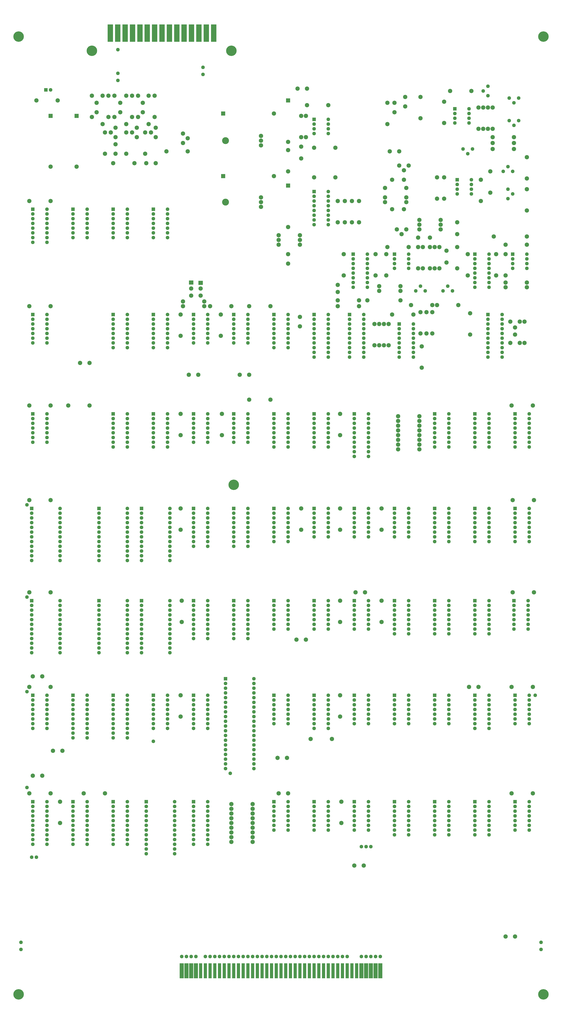
<source format=gbr>
G04 #@! TF.GenerationSoftware,KiCad,Pcbnew,(5.1.5)-3*
G04 #@! TF.CreationDate,2021-04-13T21:01:33-06:00*
G04 #@! TF.ProjectId,Star_Wars_Vector_PCB,53746172-5f57-4617-9273-5f566563746f,rev?*
G04 #@! TF.SameCoordinates,Original*
G04 #@! TF.FileFunction,Soldermask,Top*
G04 #@! TF.FilePolarity,Negative*
%FSLAX46Y46*%
G04 Gerber Fmt 4.6, Leading zero omitted, Abs format (unit mm)*
G04 Created by KiCad (PCBNEW (5.1.5)-3) date 2021-04-13 21:01:33*
%MOMM*%
%LPD*%
G04 APERTURE LIST*
%ADD10C,5.607000*%
%ADD11C,1.924000*%
%ADD12R,1.924000X1.924000*%
%ADD13C,2.305000*%
%ADD14C,0.100000*%
%ADD15R,2.940000X9.290000*%
%ADD16R,2.432000X1.162000*%
%ADD17R,2.305000X2.305000*%
%ADD18C,3.702000*%
G04 APERTURE END LIST*
D10*
X30480000Y-567055000D03*
X312420000Y-567055000D03*
X146050000Y-293370000D03*
X30480000Y-52705000D03*
X69850000Y-60325000D03*
X144780000Y-60325000D03*
X312420000Y-52705000D03*
D11*
X34925000Y-304165000D03*
X34925000Y-353695000D03*
X144145000Y-448310000D03*
X102870000Y-431165000D03*
X307975000Y-406400000D03*
X34925000Y-404495000D03*
X40005000Y-493395000D03*
X37465000Y-493395000D03*
X125730000Y-546735000D03*
X123190000Y-546735000D03*
X219710000Y-487680000D03*
X214630000Y-487680000D03*
X217170000Y-487680000D03*
X214630000Y-546735000D03*
X217170000Y-546735000D03*
X146050000Y-546735000D03*
X148590000Y-546735000D03*
X151130000Y-546735000D03*
X153670000Y-546735000D03*
X156210000Y-546735000D03*
X158750000Y-546735000D03*
X161290000Y-546735000D03*
X163830000Y-546735000D03*
X166370000Y-546735000D03*
X168910000Y-546735000D03*
X171450000Y-546735000D03*
X173990000Y-546735000D03*
X176530000Y-546735000D03*
X179070000Y-546735000D03*
X181610000Y-546735000D03*
X184150000Y-546735000D03*
X143510000Y-546735000D03*
X140970000Y-546735000D03*
X138430000Y-546735000D03*
X135890000Y-546735000D03*
X133350000Y-546735000D03*
X130810000Y-546735000D03*
X186690000Y-546735000D03*
X189230000Y-546735000D03*
X191770000Y-546735000D03*
X194310000Y-546735000D03*
X196850000Y-546735000D03*
X199390000Y-546735000D03*
X201930000Y-546735000D03*
X204470000Y-546735000D03*
X207010000Y-546735000D03*
X34925000Y-455930000D03*
X129540000Y-73025000D03*
X129540000Y-69215000D03*
X83820000Y-59690000D03*
X83820000Y-76200000D03*
X83820000Y-72390000D03*
X219710000Y-546735000D03*
X120650000Y-546735000D03*
X118110000Y-546735000D03*
X31750000Y-542925000D03*
X31750000Y-539115000D03*
X222250000Y-546735000D03*
X224790000Y-546735000D03*
X297180000Y-471170000D03*
X297180000Y-468630000D03*
D12*
X297180000Y-463550000D03*
D11*
X297180000Y-466090000D03*
X297180000Y-473710000D03*
X297180000Y-476250000D03*
X297180000Y-478790000D03*
X304800000Y-478790000D03*
X304800000Y-476250000D03*
X304800000Y-473710000D03*
X304800000Y-471170000D03*
X304800000Y-468630000D03*
X304800000Y-466090000D03*
X304800000Y-463550000D03*
X275590000Y-471170000D03*
X275590000Y-468630000D03*
X275590000Y-466090000D03*
D12*
X275590000Y-463550000D03*
D11*
X275590000Y-473710000D03*
X275590000Y-476250000D03*
X275590000Y-478790000D03*
X275590000Y-481330000D03*
X283210000Y-481330000D03*
X283210000Y-478790000D03*
X283210000Y-476250000D03*
X283210000Y-473710000D03*
X283210000Y-471170000D03*
X283210000Y-468630000D03*
X283210000Y-466090000D03*
X283210000Y-463550000D03*
X254000000Y-471170000D03*
X254000000Y-468630000D03*
X254000000Y-466090000D03*
D12*
X254000000Y-463550000D03*
D11*
X254000000Y-473710000D03*
X254000000Y-476250000D03*
X254000000Y-478790000D03*
X254000000Y-481330000D03*
X261620000Y-481330000D03*
X261620000Y-478790000D03*
X261620000Y-476250000D03*
X261620000Y-473710000D03*
X261620000Y-471170000D03*
X261620000Y-468630000D03*
X261620000Y-466090000D03*
X261620000Y-463550000D03*
X232410000Y-471170000D03*
X232410000Y-468630000D03*
X232410000Y-466090000D03*
D12*
X232410000Y-463550000D03*
D11*
X232410000Y-473710000D03*
X232410000Y-476250000D03*
X232410000Y-478790000D03*
X232410000Y-481330000D03*
X240030000Y-481330000D03*
X240030000Y-478790000D03*
X240030000Y-476250000D03*
X240030000Y-473710000D03*
X240030000Y-471170000D03*
X240030000Y-468630000D03*
X240030000Y-466090000D03*
X240030000Y-463550000D03*
X210820000Y-471170000D03*
X210820000Y-468630000D03*
D12*
X210820000Y-463550000D03*
D11*
X210820000Y-466090000D03*
X210820000Y-473710000D03*
X210820000Y-476250000D03*
X210820000Y-478790000D03*
X218440000Y-478790000D03*
X218440000Y-476250000D03*
X218440000Y-473710000D03*
X218440000Y-471170000D03*
X218440000Y-468630000D03*
X218440000Y-466090000D03*
X218440000Y-463550000D03*
X189230000Y-471170000D03*
X189230000Y-468630000D03*
D12*
X189230000Y-463550000D03*
D11*
X189230000Y-466090000D03*
X189230000Y-473710000D03*
X189230000Y-476250000D03*
X189230000Y-478790000D03*
X196850000Y-478790000D03*
X196850000Y-476250000D03*
X196850000Y-473710000D03*
X196850000Y-471170000D03*
X196850000Y-468630000D03*
X196850000Y-466090000D03*
X196850000Y-463550000D03*
D12*
X124460000Y-463550000D03*
D11*
X124460000Y-466090000D03*
X124460000Y-468630000D03*
X124460000Y-471170000D03*
X124460000Y-473710000D03*
X124460000Y-476250000D03*
X124460000Y-478790000D03*
X124460000Y-481330000D03*
X124460000Y-483870000D03*
X124460000Y-486410000D03*
X132080000Y-486410000D03*
X132080000Y-483870000D03*
X132080000Y-481330000D03*
X132080000Y-478790000D03*
X132080000Y-476250000D03*
X132080000Y-473710000D03*
X132080000Y-471170000D03*
X132080000Y-468630000D03*
X132080000Y-466090000D03*
X132080000Y-463550000D03*
D12*
X99060000Y-463550000D03*
D11*
X99060000Y-466090000D03*
X99060000Y-468630000D03*
X99060000Y-471170000D03*
X99060000Y-473710000D03*
X99060000Y-476250000D03*
X99060000Y-478790000D03*
X99060000Y-481330000D03*
X99060000Y-483870000D03*
X99060000Y-486410000D03*
X99060000Y-488950000D03*
X99060000Y-491490000D03*
X114300000Y-491490000D03*
X114300000Y-488950000D03*
X114300000Y-486410000D03*
X114300000Y-483870000D03*
X114300000Y-481330000D03*
X114300000Y-478790000D03*
X114300000Y-476250000D03*
X114300000Y-473710000D03*
X114300000Y-471170000D03*
X114300000Y-468630000D03*
X114300000Y-466090000D03*
X114300000Y-463550000D03*
D12*
X81280000Y-463550000D03*
D11*
X81280000Y-466090000D03*
X81280000Y-468630000D03*
X81280000Y-471170000D03*
X81280000Y-473710000D03*
X81280000Y-476250000D03*
X81280000Y-478790000D03*
X81280000Y-481330000D03*
X81280000Y-483870000D03*
X81280000Y-486410000D03*
X88900000Y-486410000D03*
X88900000Y-483870000D03*
X88900000Y-481330000D03*
X88900000Y-478790000D03*
X88900000Y-476250000D03*
X88900000Y-473710000D03*
X88900000Y-471170000D03*
X88900000Y-468630000D03*
X88900000Y-466090000D03*
X88900000Y-463550000D03*
D12*
X59690000Y-463550000D03*
D11*
X59690000Y-466090000D03*
X59690000Y-468630000D03*
X59690000Y-471170000D03*
X59690000Y-473710000D03*
X59690000Y-476250000D03*
X59690000Y-478790000D03*
X59690000Y-481330000D03*
X59690000Y-483870000D03*
X59690000Y-486410000D03*
X67310000Y-486410000D03*
X67310000Y-483870000D03*
X67310000Y-481330000D03*
X67310000Y-478790000D03*
X67310000Y-476250000D03*
X67310000Y-473710000D03*
X67310000Y-471170000D03*
X67310000Y-468630000D03*
X67310000Y-466090000D03*
X67310000Y-463550000D03*
D12*
X38100000Y-463550000D03*
D11*
X38100000Y-466090000D03*
X38100000Y-468630000D03*
X38100000Y-471170000D03*
X38100000Y-473710000D03*
X38100000Y-476250000D03*
X38100000Y-478790000D03*
X38100000Y-481330000D03*
X38100000Y-483870000D03*
X38100000Y-486410000D03*
X45720000Y-486410000D03*
X45720000Y-483870000D03*
X45720000Y-481330000D03*
X45720000Y-478790000D03*
X45720000Y-476250000D03*
X45720000Y-473710000D03*
X45720000Y-471170000D03*
X45720000Y-468630000D03*
X45720000Y-466090000D03*
X45720000Y-463550000D03*
X297180000Y-414020000D03*
X297180000Y-411480000D03*
D12*
X297180000Y-406400000D03*
D11*
X297180000Y-408940000D03*
X297180000Y-416560000D03*
X297180000Y-419100000D03*
X297180000Y-421640000D03*
X304800000Y-421640000D03*
X304800000Y-419100000D03*
X304800000Y-416560000D03*
X304800000Y-414020000D03*
X304800000Y-411480000D03*
X304800000Y-408940000D03*
X304800000Y-406400000D03*
X275590000Y-414020000D03*
X275590000Y-411480000D03*
X275590000Y-408940000D03*
D12*
X275590000Y-406400000D03*
D11*
X275590000Y-416560000D03*
X275590000Y-419100000D03*
X275590000Y-421640000D03*
X275590000Y-424180000D03*
X283210000Y-424180000D03*
X283210000Y-421640000D03*
X283210000Y-419100000D03*
X283210000Y-416560000D03*
X283210000Y-414020000D03*
X283210000Y-411480000D03*
X283210000Y-408940000D03*
X283210000Y-406400000D03*
X254000000Y-414020000D03*
X254000000Y-411480000D03*
D12*
X254000000Y-406400000D03*
D11*
X254000000Y-408940000D03*
X254000000Y-416560000D03*
X254000000Y-419100000D03*
X254000000Y-421640000D03*
X261620000Y-421640000D03*
X261620000Y-419100000D03*
X261620000Y-416560000D03*
X261620000Y-414020000D03*
X261620000Y-411480000D03*
X261620000Y-408940000D03*
X261620000Y-406400000D03*
X232410000Y-414020000D03*
X232410000Y-411480000D03*
D12*
X232410000Y-406400000D03*
D11*
X232410000Y-408940000D03*
X232410000Y-416560000D03*
X232410000Y-419100000D03*
X232410000Y-421640000D03*
X240030000Y-421640000D03*
X240030000Y-419100000D03*
X240030000Y-416560000D03*
X240030000Y-414020000D03*
X240030000Y-411480000D03*
X240030000Y-408940000D03*
X240030000Y-406400000D03*
X210820000Y-414020000D03*
X210820000Y-411480000D03*
D12*
X210820000Y-406400000D03*
D11*
X210820000Y-408940000D03*
X210820000Y-416560000D03*
X210820000Y-419100000D03*
X210820000Y-421640000D03*
X218440000Y-421640000D03*
X218440000Y-419100000D03*
X218440000Y-416560000D03*
X218440000Y-414020000D03*
X218440000Y-411480000D03*
X218440000Y-408940000D03*
X218440000Y-406400000D03*
X189230000Y-414020000D03*
X189230000Y-411480000D03*
X189230000Y-408940000D03*
D12*
X189230000Y-406400000D03*
D11*
X189230000Y-416560000D03*
X189230000Y-419100000D03*
X189230000Y-421640000D03*
X189230000Y-424180000D03*
X196850000Y-424180000D03*
X196850000Y-421640000D03*
X196850000Y-419100000D03*
X196850000Y-416560000D03*
X196850000Y-414020000D03*
X196850000Y-411480000D03*
X196850000Y-408940000D03*
X196850000Y-406400000D03*
X167640000Y-414020000D03*
X167640000Y-411480000D03*
D12*
X167640000Y-406400000D03*
D11*
X167640000Y-408940000D03*
X167640000Y-416560000D03*
X167640000Y-419100000D03*
X167640000Y-421640000D03*
X175260000Y-421640000D03*
X175260000Y-419100000D03*
X175260000Y-416560000D03*
X175260000Y-414020000D03*
X175260000Y-411480000D03*
X175260000Y-408940000D03*
X175260000Y-406400000D03*
X156845000Y-427990000D03*
X156845000Y-430530000D03*
X156845000Y-433070000D03*
X156845000Y-435610000D03*
X156845000Y-438150000D03*
X156845000Y-440690000D03*
X156845000Y-443230000D03*
X156845000Y-445770000D03*
X141605000Y-445770000D03*
X141605000Y-443230000D03*
X141605000Y-440690000D03*
X141605000Y-438150000D03*
X141605000Y-435610000D03*
X141605000Y-433070000D03*
X141605000Y-430530000D03*
X141605000Y-427990000D03*
D12*
X141605000Y-397510000D03*
D11*
X141605000Y-400050000D03*
X141605000Y-402590000D03*
X141605000Y-405130000D03*
X141605000Y-407670000D03*
X141605000Y-410210000D03*
X141605000Y-412750000D03*
X141605000Y-415290000D03*
X141605000Y-417830000D03*
X141605000Y-420370000D03*
X141605000Y-422910000D03*
X141605000Y-425450000D03*
X156845000Y-425450000D03*
X156845000Y-422910000D03*
X156845000Y-420370000D03*
X156845000Y-417830000D03*
X156845000Y-415290000D03*
X156845000Y-412750000D03*
X156845000Y-410210000D03*
X156845000Y-407670000D03*
X156845000Y-405130000D03*
X156845000Y-402590000D03*
X156845000Y-400050000D03*
X156845000Y-397510000D03*
X124460000Y-414020000D03*
X124460000Y-411480000D03*
X124460000Y-408940000D03*
D12*
X124460000Y-406400000D03*
D11*
X124460000Y-416560000D03*
X124460000Y-419100000D03*
X124460000Y-421640000D03*
X124460000Y-424180000D03*
X132080000Y-424180000D03*
X132080000Y-421640000D03*
X132080000Y-419100000D03*
X132080000Y-416560000D03*
X132080000Y-414020000D03*
X132080000Y-411480000D03*
X132080000Y-408940000D03*
X132080000Y-406400000D03*
X102870000Y-414020000D03*
X102870000Y-411480000D03*
X102870000Y-408940000D03*
D12*
X102870000Y-406400000D03*
D11*
X102870000Y-416560000D03*
X102870000Y-419100000D03*
X102870000Y-421640000D03*
X102870000Y-424180000D03*
X110490000Y-424180000D03*
X110490000Y-421640000D03*
X110490000Y-419100000D03*
X110490000Y-416560000D03*
X110490000Y-414020000D03*
X110490000Y-411480000D03*
X110490000Y-408940000D03*
X110490000Y-406400000D03*
D12*
X81280000Y-406400000D03*
D11*
X81280000Y-408940000D03*
X81280000Y-411480000D03*
X81280000Y-414020000D03*
X81280000Y-416560000D03*
X81280000Y-419100000D03*
X81280000Y-421640000D03*
X81280000Y-424180000D03*
X81280000Y-426720000D03*
X81280000Y-429260000D03*
X88900000Y-429260000D03*
X88900000Y-426720000D03*
X88900000Y-424180000D03*
X88900000Y-421640000D03*
X88900000Y-419100000D03*
X88900000Y-416560000D03*
X88900000Y-414020000D03*
X88900000Y-411480000D03*
X88900000Y-408940000D03*
X88900000Y-406400000D03*
D12*
X59690000Y-406400000D03*
D11*
X59690000Y-408940000D03*
X59690000Y-411480000D03*
X59690000Y-414020000D03*
X59690000Y-416560000D03*
X59690000Y-419100000D03*
X59690000Y-421640000D03*
X59690000Y-424180000D03*
X59690000Y-426720000D03*
X59690000Y-429260000D03*
X67310000Y-429260000D03*
X67310000Y-426720000D03*
X67310000Y-424180000D03*
X67310000Y-421640000D03*
X67310000Y-419100000D03*
X67310000Y-416560000D03*
X67310000Y-414020000D03*
X67310000Y-411480000D03*
X67310000Y-408940000D03*
X67310000Y-406400000D03*
X38100000Y-414020000D03*
X38100000Y-411480000D03*
X38100000Y-408940000D03*
D12*
X38100000Y-406400000D03*
D11*
X38100000Y-416560000D03*
X38100000Y-419100000D03*
X38100000Y-421640000D03*
X38100000Y-424180000D03*
X45720000Y-424180000D03*
X45720000Y-421640000D03*
X45720000Y-419100000D03*
X45720000Y-416560000D03*
X45720000Y-414020000D03*
X45720000Y-411480000D03*
X45720000Y-408940000D03*
X45720000Y-406400000D03*
X296545000Y-363220000D03*
X296545000Y-360680000D03*
D12*
X296545000Y-355600000D03*
D11*
X296545000Y-358140000D03*
X296545000Y-365760000D03*
X296545000Y-368300000D03*
X296545000Y-370840000D03*
X304165000Y-370840000D03*
X304165000Y-368300000D03*
X304165000Y-365760000D03*
X304165000Y-363220000D03*
X304165000Y-360680000D03*
X304165000Y-358140000D03*
X304165000Y-355600000D03*
X275590000Y-363220000D03*
X275590000Y-360680000D03*
X275590000Y-358140000D03*
D12*
X275590000Y-355600000D03*
D11*
X275590000Y-365760000D03*
X275590000Y-368300000D03*
X275590000Y-370840000D03*
X275590000Y-373380000D03*
X283210000Y-373380000D03*
X283210000Y-370840000D03*
X283210000Y-368300000D03*
X283210000Y-365760000D03*
X283210000Y-363220000D03*
X283210000Y-360680000D03*
X283210000Y-358140000D03*
X283210000Y-355600000D03*
X254000000Y-363220000D03*
X254000000Y-360680000D03*
X254000000Y-358140000D03*
D12*
X254000000Y-355600000D03*
D11*
X254000000Y-365760000D03*
X254000000Y-368300000D03*
X254000000Y-370840000D03*
X254000000Y-373380000D03*
X261620000Y-373380000D03*
X261620000Y-370840000D03*
X261620000Y-368300000D03*
X261620000Y-365760000D03*
X261620000Y-363220000D03*
X261620000Y-360680000D03*
X261620000Y-358140000D03*
X261620000Y-355600000D03*
X232410000Y-363220000D03*
X232410000Y-360680000D03*
X232410000Y-358140000D03*
D12*
X232410000Y-355600000D03*
D11*
X232410000Y-365760000D03*
X232410000Y-368300000D03*
X232410000Y-370840000D03*
X232410000Y-373380000D03*
X240030000Y-373380000D03*
X240030000Y-370840000D03*
X240030000Y-368300000D03*
X240030000Y-365760000D03*
X240030000Y-363220000D03*
X240030000Y-360680000D03*
X240030000Y-358140000D03*
X240030000Y-355600000D03*
X210820000Y-363220000D03*
X210820000Y-360680000D03*
D12*
X210820000Y-355600000D03*
D11*
X210820000Y-358140000D03*
X210820000Y-365760000D03*
X210820000Y-368300000D03*
X210820000Y-370840000D03*
X218440000Y-370840000D03*
X218440000Y-368300000D03*
X218440000Y-365760000D03*
X218440000Y-363220000D03*
X218440000Y-360680000D03*
X218440000Y-358140000D03*
X218440000Y-355600000D03*
X189230000Y-363220000D03*
X189230000Y-360680000D03*
D12*
X189230000Y-355600000D03*
D11*
X189230000Y-358140000D03*
X189230000Y-365760000D03*
X189230000Y-368300000D03*
X189230000Y-370840000D03*
X196850000Y-370840000D03*
X196850000Y-368300000D03*
X196850000Y-365760000D03*
X196850000Y-363220000D03*
X196850000Y-360680000D03*
X196850000Y-358140000D03*
X196850000Y-355600000D03*
X167640000Y-363220000D03*
X167640000Y-360680000D03*
D12*
X167640000Y-355600000D03*
D11*
X167640000Y-358140000D03*
X167640000Y-365760000D03*
X167640000Y-368300000D03*
X167640000Y-370840000D03*
X175260000Y-370840000D03*
X175260000Y-368300000D03*
X175260000Y-365760000D03*
X175260000Y-363220000D03*
X175260000Y-360680000D03*
X175260000Y-358140000D03*
X175260000Y-355600000D03*
X146050000Y-365760000D03*
X146050000Y-363220000D03*
X146050000Y-360680000D03*
X146050000Y-358140000D03*
D12*
X146050000Y-355600000D03*
D11*
X146050000Y-368300000D03*
X146050000Y-370840000D03*
X146050000Y-373380000D03*
X146050000Y-375920000D03*
X153670000Y-375920000D03*
X153670000Y-373380000D03*
X153670000Y-370840000D03*
X153670000Y-368300000D03*
X153670000Y-365760000D03*
X153670000Y-363220000D03*
X153670000Y-360680000D03*
X153670000Y-358140000D03*
X153670000Y-355600000D03*
X124460000Y-365760000D03*
X124460000Y-363220000D03*
X124460000Y-360680000D03*
X124460000Y-358140000D03*
D12*
X124460000Y-355600000D03*
D11*
X124460000Y-368300000D03*
X124460000Y-370840000D03*
X124460000Y-373380000D03*
X124460000Y-375920000D03*
X132080000Y-375920000D03*
X132080000Y-373380000D03*
X132080000Y-370840000D03*
X132080000Y-368300000D03*
X132080000Y-365760000D03*
X132080000Y-363220000D03*
X132080000Y-360680000D03*
X132080000Y-358140000D03*
X132080000Y-355600000D03*
D12*
X96520000Y-355600000D03*
D11*
X96520000Y-358140000D03*
X96520000Y-360680000D03*
X96520000Y-363220000D03*
X96520000Y-365760000D03*
X96520000Y-368300000D03*
X96520000Y-370840000D03*
X96520000Y-373380000D03*
X96520000Y-375920000D03*
X96520000Y-378460000D03*
X96520000Y-381000000D03*
X96520000Y-383540000D03*
X111760000Y-383540000D03*
X111760000Y-381000000D03*
X111760000Y-378460000D03*
X111760000Y-375920000D03*
X111760000Y-373380000D03*
X111760000Y-370840000D03*
X111760000Y-368300000D03*
X111760000Y-365760000D03*
X111760000Y-363220000D03*
X111760000Y-360680000D03*
X111760000Y-358140000D03*
X111760000Y-355600000D03*
D12*
X73660000Y-355600000D03*
D11*
X73660000Y-358140000D03*
X73660000Y-360680000D03*
X73660000Y-363220000D03*
X73660000Y-365760000D03*
X73660000Y-368300000D03*
X73660000Y-370840000D03*
X73660000Y-373380000D03*
X73660000Y-375920000D03*
X73660000Y-378460000D03*
X73660000Y-381000000D03*
X73660000Y-383540000D03*
X88900000Y-383540000D03*
X88900000Y-381000000D03*
X88900000Y-378460000D03*
X88900000Y-375920000D03*
X88900000Y-373380000D03*
X88900000Y-370840000D03*
X88900000Y-368300000D03*
X88900000Y-365760000D03*
X88900000Y-363220000D03*
X88900000Y-360680000D03*
X88900000Y-358140000D03*
X88900000Y-355600000D03*
D12*
X37465000Y-355600000D03*
D11*
X37465000Y-358140000D03*
X37465000Y-360680000D03*
X37465000Y-363220000D03*
X37465000Y-365760000D03*
X37465000Y-368300000D03*
X37465000Y-370840000D03*
X37465000Y-373380000D03*
X37465000Y-375920000D03*
X37465000Y-378460000D03*
X37465000Y-381000000D03*
X37465000Y-383540000D03*
X52705000Y-383540000D03*
X52705000Y-381000000D03*
X52705000Y-378460000D03*
X52705000Y-375920000D03*
X52705000Y-373380000D03*
X52705000Y-370840000D03*
X52705000Y-368300000D03*
X52705000Y-365760000D03*
X52705000Y-363220000D03*
X52705000Y-360680000D03*
X52705000Y-358140000D03*
X52705000Y-355600000D03*
X297180000Y-313690000D03*
X297180000Y-311150000D03*
X297180000Y-308610000D03*
D12*
X297180000Y-306070000D03*
D11*
X297180000Y-316230000D03*
X297180000Y-318770000D03*
X297180000Y-321310000D03*
X297180000Y-323850000D03*
X304800000Y-323850000D03*
X304800000Y-321310000D03*
X304800000Y-318770000D03*
X304800000Y-316230000D03*
X304800000Y-313690000D03*
X304800000Y-311150000D03*
X304800000Y-308610000D03*
X304800000Y-306070000D03*
X275590000Y-313690000D03*
X275590000Y-311150000D03*
X275590000Y-308610000D03*
D12*
X275590000Y-306070000D03*
D11*
X275590000Y-316230000D03*
X275590000Y-318770000D03*
X275590000Y-321310000D03*
X275590000Y-323850000D03*
X283210000Y-323850000D03*
X283210000Y-321310000D03*
X283210000Y-318770000D03*
X283210000Y-316230000D03*
X283210000Y-313690000D03*
X283210000Y-311150000D03*
X283210000Y-308610000D03*
X283210000Y-306070000D03*
X254000000Y-313690000D03*
X254000000Y-311150000D03*
X254000000Y-308610000D03*
D12*
X254000000Y-306070000D03*
D11*
X254000000Y-316230000D03*
X254000000Y-318770000D03*
X254000000Y-321310000D03*
X254000000Y-323850000D03*
X261620000Y-323850000D03*
X261620000Y-321310000D03*
X261620000Y-318770000D03*
X261620000Y-316230000D03*
X261620000Y-313690000D03*
X261620000Y-311150000D03*
X261620000Y-308610000D03*
X261620000Y-306070000D03*
X232410000Y-313690000D03*
X232410000Y-311150000D03*
D12*
X232410000Y-306070000D03*
D11*
X232410000Y-308610000D03*
X232410000Y-316230000D03*
X232410000Y-318770000D03*
X232410000Y-321310000D03*
X240030000Y-321310000D03*
X240030000Y-318770000D03*
X240030000Y-316230000D03*
X240030000Y-313690000D03*
X240030000Y-311150000D03*
X240030000Y-308610000D03*
X240030000Y-306070000D03*
X210820000Y-313690000D03*
X210820000Y-311150000D03*
D12*
X210820000Y-306070000D03*
D11*
X210820000Y-308610000D03*
X210820000Y-316230000D03*
X210820000Y-318770000D03*
X210820000Y-321310000D03*
X218440000Y-321310000D03*
X218440000Y-318770000D03*
X218440000Y-316230000D03*
X218440000Y-313690000D03*
X218440000Y-311150000D03*
X218440000Y-308610000D03*
X218440000Y-306070000D03*
X189230000Y-313690000D03*
X189230000Y-311150000D03*
D12*
X189230000Y-306070000D03*
D11*
X189230000Y-308610000D03*
X189230000Y-316230000D03*
X189230000Y-318770000D03*
X189230000Y-321310000D03*
X196850000Y-321310000D03*
X196850000Y-318770000D03*
X196850000Y-316230000D03*
X196850000Y-313690000D03*
X196850000Y-311150000D03*
X196850000Y-308610000D03*
X196850000Y-306070000D03*
X167640000Y-313690000D03*
X167640000Y-311150000D03*
X167640000Y-308610000D03*
D12*
X167640000Y-306070000D03*
D11*
X167640000Y-316230000D03*
X167640000Y-318770000D03*
X167640000Y-321310000D03*
X167640000Y-323850000D03*
X175260000Y-323850000D03*
X175260000Y-321310000D03*
X175260000Y-318770000D03*
X175260000Y-316230000D03*
X175260000Y-313690000D03*
X175260000Y-311150000D03*
X175260000Y-308610000D03*
X175260000Y-306070000D03*
X146050000Y-316230000D03*
X146050000Y-313690000D03*
X146050000Y-311150000D03*
X146050000Y-308610000D03*
D12*
X146050000Y-306070000D03*
D11*
X146050000Y-318770000D03*
X146050000Y-321310000D03*
X146050000Y-323850000D03*
X146050000Y-326390000D03*
X153670000Y-326390000D03*
X153670000Y-323850000D03*
X153670000Y-321310000D03*
X153670000Y-318770000D03*
X153670000Y-316230000D03*
X153670000Y-313690000D03*
X153670000Y-311150000D03*
X153670000Y-308610000D03*
X153670000Y-306070000D03*
X124460000Y-316230000D03*
X124460000Y-313690000D03*
X124460000Y-311150000D03*
X124460000Y-308610000D03*
D12*
X124460000Y-306070000D03*
D11*
X124460000Y-318770000D03*
X124460000Y-321310000D03*
X124460000Y-323850000D03*
X124460000Y-326390000D03*
X132080000Y-326390000D03*
X132080000Y-323850000D03*
X132080000Y-321310000D03*
X132080000Y-318770000D03*
X132080000Y-316230000D03*
X132080000Y-313690000D03*
X132080000Y-311150000D03*
X132080000Y-308610000D03*
X132080000Y-306070000D03*
D12*
X96520000Y-306070000D03*
D11*
X96520000Y-308610000D03*
X96520000Y-311150000D03*
X96520000Y-313690000D03*
X96520000Y-316230000D03*
X96520000Y-318770000D03*
X96520000Y-321310000D03*
X96520000Y-323850000D03*
X96520000Y-326390000D03*
X96520000Y-328930000D03*
X96520000Y-331470000D03*
X96520000Y-334010000D03*
X111760000Y-334010000D03*
X111760000Y-331470000D03*
X111760000Y-328930000D03*
X111760000Y-326390000D03*
X111760000Y-323850000D03*
X111760000Y-321310000D03*
X111760000Y-318770000D03*
X111760000Y-316230000D03*
X111760000Y-313690000D03*
X111760000Y-311150000D03*
X111760000Y-308610000D03*
X111760000Y-306070000D03*
D12*
X73660000Y-306070000D03*
D11*
X73660000Y-308610000D03*
X73660000Y-311150000D03*
X73660000Y-313690000D03*
X73660000Y-316230000D03*
X73660000Y-318770000D03*
X73660000Y-321310000D03*
X73660000Y-323850000D03*
X73660000Y-326390000D03*
X73660000Y-328930000D03*
X73660000Y-331470000D03*
X73660000Y-334010000D03*
X88900000Y-334010000D03*
X88900000Y-331470000D03*
X88900000Y-328930000D03*
X88900000Y-326390000D03*
X88900000Y-323850000D03*
X88900000Y-321310000D03*
X88900000Y-318770000D03*
X88900000Y-316230000D03*
X88900000Y-313690000D03*
X88900000Y-311150000D03*
X88900000Y-308610000D03*
X88900000Y-306070000D03*
D12*
X37465000Y-306070000D03*
D11*
X37465000Y-308610000D03*
X37465000Y-311150000D03*
X37465000Y-313690000D03*
X37465000Y-316230000D03*
X37465000Y-318770000D03*
X37465000Y-321310000D03*
X37465000Y-323850000D03*
X37465000Y-326390000D03*
X37465000Y-328930000D03*
X37465000Y-331470000D03*
X37465000Y-334010000D03*
X52705000Y-334010000D03*
X52705000Y-331470000D03*
X52705000Y-328930000D03*
X52705000Y-326390000D03*
X52705000Y-323850000D03*
X52705000Y-321310000D03*
X52705000Y-318770000D03*
X52705000Y-316230000D03*
X52705000Y-313690000D03*
X52705000Y-311150000D03*
X52705000Y-308610000D03*
X52705000Y-306070000D03*
X297180000Y-262890000D03*
X297180000Y-260350000D03*
X297180000Y-257810000D03*
D12*
X297180000Y-255270000D03*
D11*
X297180000Y-265430000D03*
X297180000Y-267970000D03*
X297180000Y-270510000D03*
X297180000Y-273050000D03*
X304800000Y-273050000D03*
X304800000Y-270510000D03*
X304800000Y-267970000D03*
X304800000Y-265430000D03*
X304800000Y-262890000D03*
X304800000Y-260350000D03*
X304800000Y-257810000D03*
X304800000Y-255270000D03*
X275590000Y-262890000D03*
X275590000Y-260350000D03*
X275590000Y-257810000D03*
D12*
X275590000Y-255270000D03*
D11*
X275590000Y-265430000D03*
X275590000Y-267970000D03*
X275590000Y-270510000D03*
X275590000Y-273050000D03*
X283210000Y-273050000D03*
X283210000Y-270510000D03*
X283210000Y-267970000D03*
X283210000Y-265430000D03*
X283210000Y-262890000D03*
X283210000Y-260350000D03*
X283210000Y-257810000D03*
X283210000Y-255270000D03*
X254000000Y-262890000D03*
X254000000Y-260350000D03*
X254000000Y-257810000D03*
D12*
X254000000Y-255270000D03*
D11*
X254000000Y-265430000D03*
X254000000Y-267970000D03*
X254000000Y-270510000D03*
X254000000Y-273050000D03*
X261620000Y-273050000D03*
X261620000Y-270510000D03*
X261620000Y-267970000D03*
X261620000Y-265430000D03*
X261620000Y-262890000D03*
X261620000Y-260350000D03*
X261620000Y-257810000D03*
X261620000Y-255270000D03*
D12*
X210820000Y-255270000D03*
D11*
X210820000Y-257810000D03*
X210820000Y-260350000D03*
X210820000Y-262890000D03*
X210820000Y-265430000D03*
X210820000Y-267970000D03*
X210820000Y-270510000D03*
X210820000Y-273050000D03*
X210820000Y-275590000D03*
X210820000Y-278130000D03*
X218440000Y-278130000D03*
X218440000Y-275590000D03*
X218440000Y-273050000D03*
X218440000Y-270510000D03*
X218440000Y-267970000D03*
X218440000Y-265430000D03*
X218440000Y-262890000D03*
X218440000Y-260350000D03*
X218440000Y-257810000D03*
X218440000Y-255270000D03*
X189230000Y-262890000D03*
X189230000Y-260350000D03*
X189230000Y-257810000D03*
D12*
X189230000Y-255270000D03*
D11*
X189230000Y-265430000D03*
X189230000Y-267970000D03*
X189230000Y-270510000D03*
X189230000Y-273050000D03*
X196850000Y-273050000D03*
X196850000Y-270510000D03*
X196850000Y-267970000D03*
X196850000Y-265430000D03*
X196850000Y-262890000D03*
X196850000Y-260350000D03*
X196850000Y-257810000D03*
X196850000Y-255270000D03*
X167640000Y-262890000D03*
X167640000Y-260350000D03*
X167640000Y-257810000D03*
D12*
X167640000Y-255270000D03*
D11*
X167640000Y-265430000D03*
X167640000Y-267970000D03*
X167640000Y-270510000D03*
X167640000Y-273050000D03*
X175260000Y-273050000D03*
X175260000Y-270510000D03*
X175260000Y-267970000D03*
X175260000Y-265430000D03*
X175260000Y-262890000D03*
X175260000Y-260350000D03*
X175260000Y-257810000D03*
X175260000Y-255270000D03*
X146050000Y-262890000D03*
X146050000Y-260350000D03*
D12*
X146050000Y-255270000D03*
D11*
X146050000Y-257810000D03*
X146050000Y-265430000D03*
X146050000Y-267970000D03*
X146050000Y-270510000D03*
X153670000Y-270510000D03*
X153670000Y-267970000D03*
X153670000Y-265430000D03*
X153670000Y-262890000D03*
X153670000Y-260350000D03*
X153670000Y-257810000D03*
X153670000Y-255270000D03*
X124460000Y-262890000D03*
X124460000Y-260350000D03*
D12*
X124460000Y-255270000D03*
D11*
X124460000Y-257810000D03*
X124460000Y-265430000D03*
X124460000Y-267970000D03*
X124460000Y-270510000D03*
X132080000Y-270510000D03*
X132080000Y-267970000D03*
X132080000Y-265430000D03*
X132080000Y-262890000D03*
X132080000Y-260350000D03*
X132080000Y-257810000D03*
X132080000Y-255270000D03*
X102870000Y-262890000D03*
X102870000Y-260350000D03*
X102870000Y-257810000D03*
D12*
X102870000Y-255270000D03*
D11*
X102870000Y-265430000D03*
X102870000Y-267970000D03*
X102870000Y-270510000D03*
X102870000Y-273050000D03*
X110490000Y-273050000D03*
X110490000Y-270510000D03*
X110490000Y-267970000D03*
X110490000Y-265430000D03*
X110490000Y-262890000D03*
X110490000Y-260350000D03*
X110490000Y-257810000D03*
X110490000Y-255270000D03*
X81280000Y-262890000D03*
X81280000Y-260350000D03*
X81280000Y-257810000D03*
D12*
X81280000Y-255270000D03*
D11*
X81280000Y-265430000D03*
X81280000Y-267970000D03*
X81280000Y-270510000D03*
X81280000Y-273050000D03*
X88900000Y-273050000D03*
X88900000Y-270510000D03*
X88900000Y-267970000D03*
X88900000Y-265430000D03*
X88900000Y-262890000D03*
X88900000Y-260350000D03*
X88900000Y-257810000D03*
X88900000Y-255270000D03*
X38100000Y-262890000D03*
X38100000Y-260350000D03*
D12*
X38100000Y-255270000D03*
D11*
X38100000Y-257810000D03*
X38100000Y-265430000D03*
X38100000Y-267970000D03*
X38100000Y-270510000D03*
X45720000Y-270510000D03*
X45720000Y-267970000D03*
X45720000Y-265430000D03*
X45720000Y-262890000D03*
X45720000Y-260350000D03*
X45720000Y-257810000D03*
X45720000Y-255270000D03*
D12*
X282575000Y-201930000D03*
D11*
X282575000Y-204470000D03*
X282575000Y-207010000D03*
X282575000Y-209550000D03*
X282575000Y-212090000D03*
X282575000Y-214630000D03*
X282575000Y-217170000D03*
X282575000Y-219710000D03*
X282575000Y-222250000D03*
X282575000Y-224790000D03*
X290195000Y-224790000D03*
X290195000Y-222250000D03*
X290195000Y-219710000D03*
X290195000Y-217170000D03*
X290195000Y-214630000D03*
X290195000Y-212090000D03*
X290195000Y-209550000D03*
X290195000Y-207010000D03*
X290195000Y-204470000D03*
X290195000Y-201930000D03*
X242570000Y-207010000D03*
X242570000Y-209550000D03*
X242570000Y-212090000D03*
X242570000Y-214630000D03*
X242570000Y-217170000D03*
X242570000Y-219710000D03*
X242570000Y-222250000D03*
X242570000Y-224790000D03*
X234950000Y-224790000D03*
X234950000Y-222250000D03*
X234950000Y-219710000D03*
X234950000Y-217170000D03*
D12*
X234950000Y-207010000D03*
D11*
X234950000Y-209550000D03*
X234950000Y-212090000D03*
X234950000Y-214630000D03*
D12*
X208280000Y-201930000D03*
D11*
X208280000Y-204470000D03*
X208280000Y-207010000D03*
X208280000Y-209550000D03*
X208280000Y-212090000D03*
X208280000Y-214630000D03*
X208280000Y-217170000D03*
X208280000Y-219710000D03*
X208280000Y-222250000D03*
X208280000Y-224790000D03*
X215900000Y-224790000D03*
X215900000Y-222250000D03*
X215900000Y-219710000D03*
X215900000Y-217170000D03*
X215900000Y-214630000D03*
X215900000Y-212090000D03*
X215900000Y-209550000D03*
X215900000Y-207010000D03*
X215900000Y-204470000D03*
X215900000Y-201930000D03*
D12*
X189230000Y-201930000D03*
D11*
X189230000Y-204470000D03*
X189230000Y-207010000D03*
X189230000Y-209550000D03*
X189230000Y-212090000D03*
X189230000Y-214630000D03*
X189230000Y-217170000D03*
X189230000Y-219710000D03*
X189230000Y-222250000D03*
X189230000Y-224790000D03*
X196850000Y-224790000D03*
X196850000Y-222250000D03*
X196850000Y-219710000D03*
X196850000Y-217170000D03*
X196850000Y-214630000D03*
X196850000Y-212090000D03*
X196850000Y-209550000D03*
X196850000Y-207010000D03*
X196850000Y-204470000D03*
X196850000Y-201930000D03*
X167640000Y-209550000D03*
X167640000Y-207010000D03*
X167640000Y-204470000D03*
D12*
X167640000Y-201930000D03*
D11*
X167640000Y-212090000D03*
X167640000Y-214630000D03*
X167640000Y-217170000D03*
X167640000Y-219710000D03*
X175260000Y-219710000D03*
X175260000Y-217170000D03*
X175260000Y-214630000D03*
X175260000Y-212090000D03*
X175260000Y-209550000D03*
X175260000Y-207010000D03*
X175260000Y-204470000D03*
X175260000Y-201930000D03*
X146050000Y-209550000D03*
X146050000Y-207010000D03*
D12*
X146050000Y-201930000D03*
D11*
X146050000Y-204470000D03*
X146050000Y-212090000D03*
X146050000Y-214630000D03*
X146050000Y-217170000D03*
X153670000Y-217170000D03*
X153670000Y-214630000D03*
X153670000Y-212090000D03*
X153670000Y-209550000D03*
X153670000Y-207010000D03*
X153670000Y-204470000D03*
X153670000Y-201930000D03*
X124460000Y-209550000D03*
X124460000Y-207010000D03*
D12*
X124460000Y-201930000D03*
D11*
X124460000Y-204470000D03*
X124460000Y-212090000D03*
X124460000Y-214630000D03*
X124460000Y-217170000D03*
X132080000Y-217170000D03*
X132080000Y-214630000D03*
X132080000Y-212090000D03*
X132080000Y-209550000D03*
X132080000Y-207010000D03*
X132080000Y-204470000D03*
X132080000Y-201930000D03*
X102870000Y-209550000D03*
X102870000Y-207010000D03*
X102870000Y-204470000D03*
D12*
X102870000Y-201930000D03*
D11*
X102870000Y-212090000D03*
X102870000Y-214630000D03*
X102870000Y-217170000D03*
X102870000Y-219710000D03*
X110490000Y-219710000D03*
X110490000Y-217170000D03*
X110490000Y-214630000D03*
X110490000Y-212090000D03*
X110490000Y-209550000D03*
X110490000Y-207010000D03*
X110490000Y-204470000D03*
X110490000Y-201930000D03*
X81280000Y-209550000D03*
X81280000Y-207010000D03*
X81280000Y-204470000D03*
D12*
X81280000Y-201930000D03*
D11*
X81280000Y-212090000D03*
X81280000Y-214630000D03*
X81280000Y-217170000D03*
X81280000Y-219710000D03*
X88900000Y-219710000D03*
X88900000Y-217170000D03*
X88900000Y-214630000D03*
X88900000Y-212090000D03*
X88900000Y-209550000D03*
X88900000Y-207010000D03*
X88900000Y-204470000D03*
X88900000Y-201930000D03*
X38100000Y-209550000D03*
X38100000Y-207010000D03*
D12*
X38100000Y-201930000D03*
D11*
X38100000Y-204470000D03*
X38100000Y-212090000D03*
X38100000Y-214630000D03*
X38100000Y-217170000D03*
X45720000Y-217170000D03*
X45720000Y-214630000D03*
X45720000Y-212090000D03*
X45720000Y-209550000D03*
X45720000Y-207010000D03*
X45720000Y-204470000D03*
X45720000Y-201930000D03*
X295910000Y-172085000D03*
D12*
X295910000Y-169545000D03*
D11*
X295910000Y-174625000D03*
X295910000Y-177165000D03*
X303530000Y-177165000D03*
X303530000Y-174625000D03*
X303530000Y-172085000D03*
X303530000Y-169545000D03*
X275590000Y-177165000D03*
X275590000Y-174625000D03*
X275590000Y-172085000D03*
D12*
X275590000Y-169545000D03*
D11*
X275590000Y-179705000D03*
X275590000Y-182245000D03*
X275590000Y-184785000D03*
X275590000Y-187325000D03*
X283210000Y-187325000D03*
X283210000Y-184785000D03*
X283210000Y-182245000D03*
X283210000Y-179705000D03*
X283210000Y-177165000D03*
X283210000Y-174625000D03*
X283210000Y-172085000D03*
X283210000Y-169545000D03*
X232410000Y-172085000D03*
D12*
X232410000Y-169545000D03*
D11*
X232410000Y-174625000D03*
X232410000Y-177165000D03*
X240030000Y-177165000D03*
X240030000Y-174625000D03*
X240030000Y-172085000D03*
X240030000Y-169545000D03*
X210185000Y-177165000D03*
X210185000Y-174625000D03*
X210185000Y-172085000D03*
D12*
X210185000Y-169545000D03*
D11*
X210185000Y-179705000D03*
X210185000Y-182245000D03*
X210185000Y-184785000D03*
X210185000Y-187325000D03*
X217805000Y-187325000D03*
X217805000Y-184785000D03*
X217805000Y-182245000D03*
X217805000Y-179705000D03*
X217805000Y-177165000D03*
X217805000Y-174625000D03*
X217805000Y-172085000D03*
X217805000Y-169545000D03*
X266065000Y-132080000D03*
D12*
X266065000Y-129540000D03*
D11*
X266065000Y-134620000D03*
X266065000Y-137160000D03*
X273685000Y-137160000D03*
X273685000Y-134620000D03*
X273685000Y-132080000D03*
X273685000Y-129540000D03*
X264795000Y-93980000D03*
D12*
X264795000Y-91440000D03*
D11*
X264795000Y-96520000D03*
X264795000Y-99060000D03*
X272415000Y-99060000D03*
X272415000Y-96520000D03*
X272415000Y-93980000D03*
X272415000Y-91440000D03*
X189230000Y-143510000D03*
X189230000Y-140970000D03*
X189230000Y-138430000D03*
D12*
X189230000Y-135890000D03*
D11*
X189230000Y-146050000D03*
X189230000Y-148590000D03*
X189230000Y-151130000D03*
X189230000Y-153670000D03*
X196850000Y-153670000D03*
X196850000Y-151130000D03*
X196850000Y-148590000D03*
X196850000Y-146050000D03*
X196850000Y-143510000D03*
X196850000Y-140970000D03*
X196850000Y-138430000D03*
X196850000Y-135890000D03*
X189230000Y-99695000D03*
D12*
X189230000Y-97155000D03*
D11*
X189230000Y-102235000D03*
X189230000Y-104775000D03*
X196850000Y-104775000D03*
X196850000Y-102235000D03*
X196850000Y-99695000D03*
X196850000Y-97155000D03*
X102870000Y-153035000D03*
X102870000Y-150495000D03*
D12*
X102870000Y-145415000D03*
D11*
X102870000Y-147955000D03*
X102870000Y-155575000D03*
X102870000Y-158115000D03*
X102870000Y-160655000D03*
X110490000Y-160655000D03*
X110490000Y-158115000D03*
X110490000Y-155575000D03*
X110490000Y-153035000D03*
X110490000Y-150495000D03*
X110490000Y-147955000D03*
X110490000Y-145415000D03*
X81280000Y-153035000D03*
X81280000Y-150495000D03*
D12*
X81280000Y-145415000D03*
D11*
X81280000Y-147955000D03*
X81280000Y-155575000D03*
X81280000Y-158115000D03*
X81280000Y-160655000D03*
X88900000Y-160655000D03*
X88900000Y-158115000D03*
X88900000Y-155575000D03*
X88900000Y-153035000D03*
X88900000Y-150495000D03*
X88900000Y-147955000D03*
X88900000Y-145415000D03*
X59690000Y-153035000D03*
X59690000Y-150495000D03*
D12*
X59690000Y-145415000D03*
D11*
X59690000Y-147955000D03*
X59690000Y-155575000D03*
X59690000Y-158115000D03*
X59690000Y-160655000D03*
X67310000Y-160655000D03*
X67310000Y-158115000D03*
X67310000Y-155575000D03*
X67310000Y-153035000D03*
X67310000Y-150495000D03*
X67310000Y-147955000D03*
X67310000Y-145415000D03*
X38100000Y-153035000D03*
X38100000Y-150495000D03*
X38100000Y-147955000D03*
D12*
X38100000Y-145415000D03*
D11*
X38100000Y-155575000D03*
X38100000Y-158115000D03*
X38100000Y-160655000D03*
X38100000Y-163195000D03*
X45720000Y-163195000D03*
X45720000Y-160655000D03*
X45720000Y-158115000D03*
X45720000Y-155575000D03*
X45720000Y-153035000D03*
X45720000Y-150495000D03*
X45720000Y-147955000D03*
X45720000Y-145415000D03*
X311150000Y-539115000D03*
X311150000Y-542925000D03*
D13*
X297180000Y-535940000D03*
X292100000Y-535940000D03*
X215900000Y-497840000D03*
X210820000Y-497840000D03*
X170180000Y-459105000D03*
X175260000Y-459105000D03*
X43180000Y-449580000D03*
X38100000Y-449580000D03*
X53975000Y-436245000D03*
X48895000Y-436245000D03*
X169545000Y-440055000D03*
X174625000Y-440055000D03*
X156210000Y-464820000D03*
X144780000Y-464820000D03*
X144780000Y-467360000D03*
X156210000Y-467360000D03*
X144780000Y-482600000D03*
X156210000Y-482600000D03*
X156210000Y-469900000D03*
X144780000Y-469900000D03*
X144780000Y-472440000D03*
X156210000Y-472440000D03*
X156210000Y-474980000D03*
X144780000Y-474980000D03*
X144780000Y-477520000D03*
X156210000Y-477520000D03*
X156210000Y-480060000D03*
X144780000Y-480060000D03*
X156210000Y-485140000D03*
X144780000Y-485140000D03*
X52705000Y-463550000D03*
X52705000Y-474980000D03*
X36195000Y-459105000D03*
X47625000Y-459105000D03*
X203835000Y-463550000D03*
X203835000Y-474980000D03*
X306705000Y-459105000D03*
X295275000Y-459105000D03*
X76835000Y-459105000D03*
X65405000Y-459105000D03*
X187325000Y-429895000D03*
X198755000Y-429895000D03*
D14*
G36*
X117021000Y-558365000D02*
G01*
X117021000Y-550345000D01*
X119199000Y-550345000D01*
X119199000Y-558365000D01*
X117021000Y-558365000D01*
G37*
G36*
X119561000Y-558365000D02*
G01*
X119561000Y-550345000D01*
X121739000Y-550345000D01*
X121739000Y-558365000D01*
X119561000Y-558365000D01*
G37*
G36*
X122101000Y-558365000D02*
G01*
X122101000Y-550345000D01*
X124279000Y-550345000D01*
X124279000Y-558365000D01*
X122101000Y-558365000D01*
G37*
G36*
X124641000Y-558365000D02*
G01*
X124641000Y-550345000D01*
X126819000Y-550345000D01*
X126819000Y-558365000D01*
X124641000Y-558365000D01*
G37*
G36*
X127435000Y-558365000D02*
G01*
X127435000Y-550345000D01*
X129105000Y-550345000D01*
X129105000Y-558365000D01*
X127435000Y-558365000D01*
G37*
G36*
X129975000Y-558365000D02*
G01*
X129975000Y-550345000D01*
X131645000Y-550345000D01*
X131645000Y-558365000D01*
X129975000Y-558365000D01*
G37*
G36*
X132515000Y-558365000D02*
G01*
X132515000Y-550345000D01*
X134185000Y-550345000D01*
X134185000Y-558365000D01*
X132515000Y-558365000D01*
G37*
G36*
X160455000Y-558365000D02*
G01*
X160455000Y-550345000D01*
X162125000Y-550345000D01*
X162125000Y-558365000D01*
X160455000Y-558365000D01*
G37*
G36*
X157915000Y-558365000D02*
G01*
X157915000Y-550345000D01*
X159585000Y-550345000D01*
X159585000Y-558365000D01*
X157915000Y-558365000D01*
G37*
G36*
X155375000Y-558365000D02*
G01*
X155375000Y-550345000D01*
X157045000Y-550345000D01*
X157045000Y-558365000D01*
X155375000Y-558365000D01*
G37*
G36*
X152835000Y-558365000D02*
G01*
X152835000Y-550345000D01*
X154505000Y-550345000D01*
X154505000Y-558365000D01*
X152835000Y-558365000D01*
G37*
G36*
X150295000Y-558365000D02*
G01*
X150295000Y-550345000D01*
X151965000Y-550345000D01*
X151965000Y-558365000D01*
X150295000Y-558365000D01*
G37*
G36*
X147755000Y-558365000D02*
G01*
X147755000Y-550345000D01*
X149425000Y-550345000D01*
X149425000Y-558365000D01*
X147755000Y-558365000D01*
G37*
G36*
X145215000Y-558365000D02*
G01*
X145215000Y-550345000D01*
X146885000Y-550345000D01*
X146885000Y-558365000D01*
X145215000Y-558365000D01*
G37*
G36*
X142675000Y-558365000D02*
G01*
X142675000Y-550345000D01*
X144345000Y-550345000D01*
X144345000Y-558365000D01*
X142675000Y-558365000D01*
G37*
G36*
X140135000Y-558365000D02*
G01*
X140135000Y-550345000D01*
X141805000Y-550345000D01*
X141805000Y-558365000D01*
X140135000Y-558365000D01*
G37*
G36*
X137595000Y-558365000D02*
G01*
X137595000Y-550345000D01*
X139265000Y-550345000D01*
X139265000Y-558365000D01*
X137595000Y-558365000D01*
G37*
G36*
X135055000Y-558365000D02*
G01*
X135055000Y-550345000D01*
X136725000Y-550345000D01*
X136725000Y-558365000D01*
X135055000Y-558365000D01*
G37*
G36*
X162995000Y-558365000D02*
G01*
X162995000Y-550345000D01*
X164665000Y-550345000D01*
X164665000Y-558365000D01*
X162995000Y-558365000D01*
G37*
G36*
X165535000Y-558365000D02*
G01*
X165535000Y-550345000D01*
X167205000Y-550345000D01*
X167205000Y-558365000D01*
X165535000Y-558365000D01*
G37*
G36*
X168075000Y-558365000D02*
G01*
X168075000Y-550345000D01*
X169745000Y-550345000D01*
X169745000Y-558365000D01*
X168075000Y-558365000D01*
G37*
G36*
X170615000Y-558365000D02*
G01*
X170615000Y-550345000D01*
X172285000Y-550345000D01*
X172285000Y-558365000D01*
X170615000Y-558365000D01*
G37*
G36*
X173155000Y-558365000D02*
G01*
X173155000Y-550345000D01*
X174825000Y-550345000D01*
X174825000Y-558365000D01*
X173155000Y-558365000D01*
G37*
G36*
X175695000Y-558365000D02*
G01*
X175695000Y-550345000D01*
X177365000Y-550345000D01*
X177365000Y-558365000D01*
X175695000Y-558365000D01*
G37*
G36*
X178235000Y-558365000D02*
G01*
X178235000Y-550345000D01*
X179905000Y-550345000D01*
X179905000Y-558365000D01*
X178235000Y-558365000D01*
G37*
G36*
X180775000Y-558365000D02*
G01*
X180775000Y-550345000D01*
X182445000Y-550345000D01*
X182445000Y-558365000D01*
X180775000Y-558365000D01*
G37*
G36*
X183315000Y-558365000D02*
G01*
X183315000Y-550345000D01*
X184985000Y-550345000D01*
X184985000Y-558365000D01*
X183315000Y-558365000D01*
G37*
G36*
X185855000Y-558365000D02*
G01*
X185855000Y-550345000D01*
X187525000Y-550345000D01*
X187525000Y-558365000D01*
X185855000Y-558365000D01*
G37*
G36*
X188395000Y-558365000D02*
G01*
X188395000Y-550345000D01*
X190065000Y-550345000D01*
X190065000Y-558365000D01*
X188395000Y-558365000D01*
G37*
G36*
X190935000Y-558365000D02*
G01*
X190935000Y-550345000D01*
X192605000Y-550345000D01*
X192605000Y-558365000D01*
X190935000Y-558365000D01*
G37*
G36*
X193475000Y-558365000D02*
G01*
X193475000Y-550345000D01*
X195145000Y-550345000D01*
X195145000Y-558365000D01*
X193475000Y-558365000D01*
G37*
G36*
X196015000Y-558365000D02*
G01*
X196015000Y-550345000D01*
X197685000Y-550345000D01*
X197685000Y-558365000D01*
X196015000Y-558365000D01*
G37*
G36*
X198555000Y-558365000D02*
G01*
X198555000Y-550345000D01*
X200225000Y-550345000D01*
X200225000Y-558365000D01*
X198555000Y-558365000D01*
G37*
G36*
X201095000Y-558365000D02*
G01*
X201095000Y-550345000D01*
X202765000Y-550345000D01*
X202765000Y-558365000D01*
X201095000Y-558365000D01*
G37*
G36*
X203635000Y-558365000D02*
G01*
X203635000Y-550345000D01*
X205305000Y-550345000D01*
X205305000Y-558365000D01*
X203635000Y-558365000D01*
G37*
G36*
X206175000Y-558365000D02*
G01*
X206175000Y-550345000D01*
X207845000Y-550345000D01*
X207845000Y-558365000D01*
X206175000Y-558365000D01*
G37*
G36*
X208715000Y-558365000D02*
G01*
X208715000Y-550345000D01*
X210385000Y-550345000D01*
X210385000Y-558365000D01*
X208715000Y-558365000D01*
G37*
G36*
X211255000Y-558365000D02*
G01*
X211255000Y-550345000D01*
X212925000Y-550345000D01*
X212925000Y-558365000D01*
X211255000Y-558365000D01*
G37*
G36*
X213541000Y-558365000D02*
G01*
X213541000Y-550345000D01*
X215719000Y-550345000D01*
X215719000Y-558365000D01*
X213541000Y-558365000D01*
G37*
G36*
X216081000Y-558365000D02*
G01*
X216081000Y-550345000D01*
X218259000Y-550345000D01*
X218259000Y-558365000D01*
X216081000Y-558365000D01*
G37*
G36*
X218621000Y-558365000D02*
G01*
X218621000Y-550345000D01*
X220799000Y-550345000D01*
X220799000Y-558365000D01*
X218621000Y-558365000D01*
G37*
G36*
X221161000Y-558365000D02*
G01*
X221161000Y-550345000D01*
X223339000Y-550345000D01*
X223339000Y-558365000D01*
X221161000Y-558365000D01*
G37*
G36*
X223701000Y-558365000D02*
G01*
X223701000Y-550345000D01*
X225879000Y-550345000D01*
X225879000Y-558365000D01*
X223701000Y-558365000D01*
G37*
D15*
X135255000Y-50800000D03*
X131292600Y-50800000D03*
X127330200Y-50800000D03*
X123367800Y-50800000D03*
X119405400Y-50800000D03*
X115443000Y-50800000D03*
X111480600Y-50800000D03*
X107518200Y-50800000D03*
X103555800Y-50800000D03*
X99593400Y-50800000D03*
X95631000Y-50800000D03*
X91668600Y-50800000D03*
X87706200Y-50800000D03*
X83743800Y-50800000D03*
X79781400Y-50800000D03*
X79781400Y-50800000D03*
X83743800Y-50800000D03*
X87706200Y-50800000D03*
X91668600Y-50800000D03*
X95631000Y-50800000D03*
X99593400Y-50800000D03*
X103555800Y-50800000D03*
X107518200Y-50800000D03*
X111480600Y-50800000D03*
X115443000Y-50800000D03*
X119405400Y-50800000D03*
X123367800Y-50800000D03*
X127330200Y-50800000D03*
X131292600Y-50800000D03*
X135255000Y-50800000D03*
D13*
X277495000Y-401955000D03*
X272415000Y-401955000D03*
X225425000Y-355600000D03*
X225425000Y-367030000D03*
X203200000Y-306070000D03*
X203200000Y-317500000D03*
X225425000Y-317500000D03*
X225425000Y-306070000D03*
X47625000Y-401955000D03*
X36195000Y-401955000D03*
X117475000Y-406400000D03*
X117475000Y-417830000D03*
X203200000Y-417830000D03*
X203200000Y-406400000D03*
X295275000Y-401955000D03*
X306705000Y-401955000D03*
X36195000Y-351155000D03*
X47625000Y-351155000D03*
X118110000Y-367030000D03*
X118110000Y-355600000D03*
X203200000Y-355600000D03*
X203200000Y-367030000D03*
X307340000Y-351155000D03*
X295910000Y-351155000D03*
X47625000Y-301625000D03*
X36195000Y-301625000D03*
X117475000Y-317500000D03*
X117475000Y-306070000D03*
X182245000Y-306070000D03*
X182245000Y-317500000D03*
X307340000Y-301625000D03*
X295910000Y-301625000D03*
X179705000Y-376555000D03*
X184785000Y-376555000D03*
X216535000Y-351155000D03*
X211455000Y-351155000D03*
X38100000Y-396240000D03*
X43180000Y-396240000D03*
X139700000Y-266700000D03*
X139700000Y-255270000D03*
X47625000Y-250825000D03*
X36195000Y-250825000D03*
X117475000Y-255270000D03*
X117475000Y-266700000D03*
X203200000Y-255270000D03*
X203200000Y-266700000D03*
X306705000Y-250825000D03*
X295275000Y-250825000D03*
X245745000Y-274320000D03*
X234315000Y-274320000D03*
X234315000Y-271780000D03*
X245745000Y-271780000D03*
X245745000Y-269240000D03*
X234315000Y-269240000D03*
X234315000Y-266700000D03*
X245745000Y-266700000D03*
X234315000Y-264160000D03*
X245745000Y-264160000D03*
X245745000Y-261620000D03*
X234315000Y-261620000D03*
X234315000Y-259080000D03*
X245745000Y-259080000D03*
X245745000Y-256540000D03*
X234315000Y-256540000D03*
X139065000Y-201930000D03*
X139065000Y-213360000D03*
X47625000Y-197485000D03*
X36195000Y-197485000D03*
X117475000Y-213360000D03*
X117475000Y-201930000D03*
X154305000Y-197485000D03*
X165735000Y-197485000D03*
X121920000Y-234315000D03*
X127000000Y-234315000D03*
X133350000Y-197485000D03*
X144780000Y-197485000D03*
X165735000Y-247650000D03*
X154305000Y-247650000D03*
X57150000Y-250825000D03*
X68580000Y-250825000D03*
X118745000Y-197485000D03*
X130175000Y-197485000D03*
X130175000Y-194945000D03*
X118745000Y-194945000D03*
X68580000Y-227965000D03*
X63500000Y-227965000D03*
X123190000Y-191770000D03*
X128270000Y-191770000D03*
X128270000Y-187960000D03*
X123190000Y-187960000D03*
X154305000Y-234315000D03*
X149225000Y-234315000D03*
D16*
X123190000Y-185293000D03*
X123190000Y-184277000D03*
X128270000Y-184404000D03*
X128270000Y-185420000D03*
D13*
X99060000Y-120650000D03*
X104140000Y-120650000D03*
X97155000Y-93345000D03*
X97155000Y-88265000D03*
X47625000Y-140970000D03*
X36195000Y-140970000D03*
X92710000Y-120650000D03*
X81280000Y-120650000D03*
X85090000Y-88265000D03*
X85090000Y-93345000D03*
X69850000Y-84455000D03*
X69850000Y-95885000D03*
X81915000Y-95885000D03*
X81915000Y-84455000D03*
X94615000Y-84455000D03*
X94615000Y-95885000D03*
X76835000Y-115570000D03*
X76835000Y-104140000D03*
X88265000Y-104140000D03*
X88265000Y-115570000D03*
X98425000Y-115570000D03*
X98425000Y-104140000D03*
X51435000Y-86995000D03*
X40005000Y-86995000D03*
X78740000Y-84455000D03*
X78740000Y-95885000D03*
X91440000Y-95885000D03*
X91440000Y-84455000D03*
X103505000Y-84455000D03*
X103505000Y-95885000D03*
X121285000Y-114300000D03*
X109855000Y-114300000D03*
X72390000Y-93345000D03*
X72390000Y-88265000D03*
X82550000Y-115570000D03*
X82550000Y-110490000D03*
X118745000Y-109855000D03*
X121285000Y-107315000D03*
X118745000Y-104775000D03*
X82550000Y-106680000D03*
X80010000Y-104140000D03*
X82550000Y-101600000D03*
X93980000Y-101600000D03*
X91440000Y-104140000D03*
X93980000Y-106680000D03*
X104140000Y-106680000D03*
X101600000Y-104140000D03*
X104140000Y-101600000D03*
X234950000Y-121920000D03*
X237490000Y-124460000D03*
X240030000Y-121920000D03*
X238760000Y-156210000D03*
X236220000Y-158750000D03*
X233680000Y-156210000D03*
D12*
X45085000Y-81280000D03*
D11*
X47625000Y-81280000D03*
D13*
X75565000Y-84455000D03*
X75565000Y-99695000D03*
X88265000Y-99695000D03*
X88265000Y-84455000D03*
X100330000Y-84455000D03*
X100330000Y-99695000D03*
D17*
X47625000Y-95250000D03*
D13*
X47625000Y-122555000D03*
X61595000Y-122555000D03*
D17*
X61595000Y-95250000D03*
D13*
X181610000Y-208280000D03*
X181610000Y-203200000D03*
D11*
X167640000Y-471170000D03*
X167640000Y-468630000D03*
D12*
X167640000Y-463550000D03*
D11*
X167640000Y-466090000D03*
X167640000Y-473710000D03*
X167640000Y-476250000D03*
X167640000Y-478790000D03*
X175260000Y-478790000D03*
X175260000Y-476250000D03*
X175260000Y-473710000D03*
X175260000Y-471170000D03*
X175260000Y-468630000D03*
X175260000Y-466090000D03*
X175260000Y-463550000D03*
D13*
X302260000Y-217170000D03*
X302260000Y-205740000D03*
X273050000Y-201295000D03*
X273050000Y-212725000D03*
X224155000Y-207010000D03*
X224155000Y-218440000D03*
X247015000Y-219075000D03*
X247015000Y-230505000D03*
X229235000Y-207010000D03*
X229235000Y-218440000D03*
X226695000Y-207010000D03*
X226695000Y-218440000D03*
X294640000Y-217170000D03*
X294640000Y-205740000D03*
X299720000Y-205740000D03*
X299720000Y-217170000D03*
X221615000Y-207010000D03*
X221615000Y-218440000D03*
X246380000Y-200660000D03*
X246380000Y-212090000D03*
X249555000Y-212090000D03*
X249555000Y-200660000D03*
X252730000Y-212090000D03*
X252730000Y-200660000D03*
X297180000Y-212725000D03*
X297180000Y-208915000D03*
X217805000Y-194310000D03*
X235585000Y-194310000D03*
X201930000Y-140970000D03*
X201930000Y-152400000D03*
X205740000Y-140970000D03*
X205740000Y-152400000D03*
X201930000Y-197485000D03*
X213360000Y-197485000D03*
X201930000Y-186055000D03*
X201930000Y-189865000D03*
X209550000Y-140970000D03*
X209550000Y-152400000D03*
X213360000Y-152400000D03*
X213360000Y-140970000D03*
X303530000Y-187325000D03*
X292100000Y-187325000D03*
X303530000Y-184785000D03*
X292100000Y-184785000D03*
X213360000Y-194310000D03*
X201930000Y-194310000D03*
X224155000Y-189230000D03*
X235585000Y-189230000D03*
X252730000Y-196850000D03*
X241300000Y-196850000D03*
X266700000Y-196850000D03*
X255270000Y-196850000D03*
X224155000Y-186690000D03*
X235585000Y-186690000D03*
X231140000Y-201930000D03*
X242570000Y-201930000D03*
X303530000Y-164465000D03*
X292100000Y-164465000D03*
X292100000Y-169545000D03*
X292100000Y-180975000D03*
X271780000Y-180975000D03*
X271780000Y-169545000D03*
X287020000Y-169545000D03*
X287020000Y-180975000D03*
X228600000Y-165735000D03*
X240030000Y-165735000D03*
X227965000Y-180975000D03*
X227965000Y-169545000D03*
X205105000Y-180975000D03*
X205105000Y-169545000D03*
X222250000Y-180975000D03*
X222250000Y-169545000D03*
X260350000Y-173990000D03*
X260350000Y-167640000D03*
X245110000Y-177165000D03*
X245110000Y-165735000D03*
X266065000Y-165735000D03*
X266065000Y-177165000D03*
X247650000Y-165735000D03*
X247650000Y-177165000D03*
X251460000Y-165735000D03*
X251460000Y-177165000D03*
X256540000Y-177165000D03*
X256540000Y-165735000D03*
X254000000Y-177165000D03*
X254000000Y-165735000D03*
D17*
X140335000Y-93980000D03*
D13*
X167640000Y-93980000D03*
X167640000Y-127635000D03*
D17*
X140335000Y-127635000D03*
D18*
X141605000Y-108585000D03*
D13*
X160655000Y-106045000D03*
X160655000Y-108585000D03*
X160655000Y-111125000D03*
X160655000Y-144145000D03*
X160655000Y-141605000D03*
X160655000Y-139065000D03*
D18*
X141605000Y-141605000D03*
D13*
X175260000Y-174625000D03*
X175260000Y-169545000D03*
X200660000Y-128270000D03*
X189230000Y-128270000D03*
X196850000Y-89535000D03*
X185420000Y-89535000D03*
X200660000Y-112395000D03*
X189230000Y-112395000D03*
D17*
X175260000Y-86995000D03*
D13*
X175260000Y-109220000D03*
X175260000Y-154940000D03*
D17*
X175260000Y-132715000D03*
D13*
X175260000Y-113665000D03*
X175260000Y-125095000D03*
X180340000Y-80645000D03*
X185420000Y-80645000D03*
X181610000Y-159385000D03*
X170180000Y-159385000D03*
X170180000Y-161925000D03*
X181610000Y-161925000D03*
X181610000Y-164465000D03*
X170180000Y-164465000D03*
X184785000Y-95250000D03*
X184785000Y-106680000D03*
X182245000Y-95250000D03*
X182245000Y-106680000D03*
X182245000Y-111760000D03*
X182245000Y-118110000D03*
X277495000Y-102235000D03*
X277495000Y-90805000D03*
X259080000Y-99060000D03*
X259080000Y-87630000D03*
X296545000Y-106680000D03*
X285115000Y-106680000D03*
X285115000Y-109855000D03*
X296545000Y-109855000D03*
D11*
X294005000Y-85725000D03*
X296545000Y-88265000D03*
X299085000Y-85725000D03*
D13*
X285115000Y-102235000D03*
X285115000Y-90805000D03*
X282575000Y-90805000D03*
X282575000Y-102235000D03*
X296545000Y-113030000D03*
X285115000Y-113030000D03*
X280035000Y-90805000D03*
X280035000Y-102235000D03*
X303530000Y-117475000D03*
X303530000Y-128905000D03*
X262255000Y-81915000D03*
X273685000Y-81915000D03*
X232410000Y-93345000D03*
X232410000Y-88265000D03*
X285750000Y-160020000D03*
X303530000Y-160020000D03*
X278765000Y-140970000D03*
X278765000Y-129540000D03*
X259080000Y-139700000D03*
X259080000Y-128270000D03*
X237490000Y-129540000D03*
X231140000Y-129540000D03*
X237490000Y-145415000D03*
X231140000Y-145415000D03*
X245110000Y-160655000D03*
X251460000Y-160655000D03*
X266065000Y-152400000D03*
X266065000Y-158750000D03*
X228600000Y-99695000D03*
X228600000Y-88265000D03*
D11*
X294005000Y-97790000D03*
X296545000Y-100330000D03*
X299085000Y-97790000D03*
X293370000Y-134620000D03*
X295910000Y-137160000D03*
X293370000Y-139700000D03*
D13*
X303530000Y-146050000D03*
X303530000Y-134620000D03*
X283845000Y-125095000D03*
X283845000Y-136525000D03*
X255270000Y-139700000D03*
X255270000Y-128270000D03*
D11*
X269240000Y-113030000D03*
X271780000Y-115570000D03*
X274320000Y-113030000D03*
D13*
X246380000Y-85090000D03*
X246380000Y-96520000D03*
X238760000Y-133985000D03*
X227330000Y-133985000D03*
X227330000Y-141605000D03*
X238760000Y-141605000D03*
X227330000Y-139065000D03*
X238760000Y-139065000D03*
X245745000Y-151130000D03*
X257175000Y-151130000D03*
X257175000Y-156210000D03*
X245745000Y-156210000D03*
X245745000Y-153670000D03*
X257175000Y-153670000D03*
X234950000Y-114300000D03*
X229870000Y-114300000D03*
X238125000Y-85090000D03*
X238125000Y-90170000D03*
D11*
X295910000Y-125095000D03*
X293370000Y-122555000D03*
X290830000Y-125095000D03*
X282575000Y-84455000D03*
X280035000Y-81915000D03*
X282575000Y-79375000D03*
X258445000Y-189230000D03*
X260985000Y-186690000D03*
X263525000Y-189230000D03*
X243840000Y-189230000D03*
X246380000Y-186690000D03*
X248920000Y-189230000D03*
M02*

</source>
